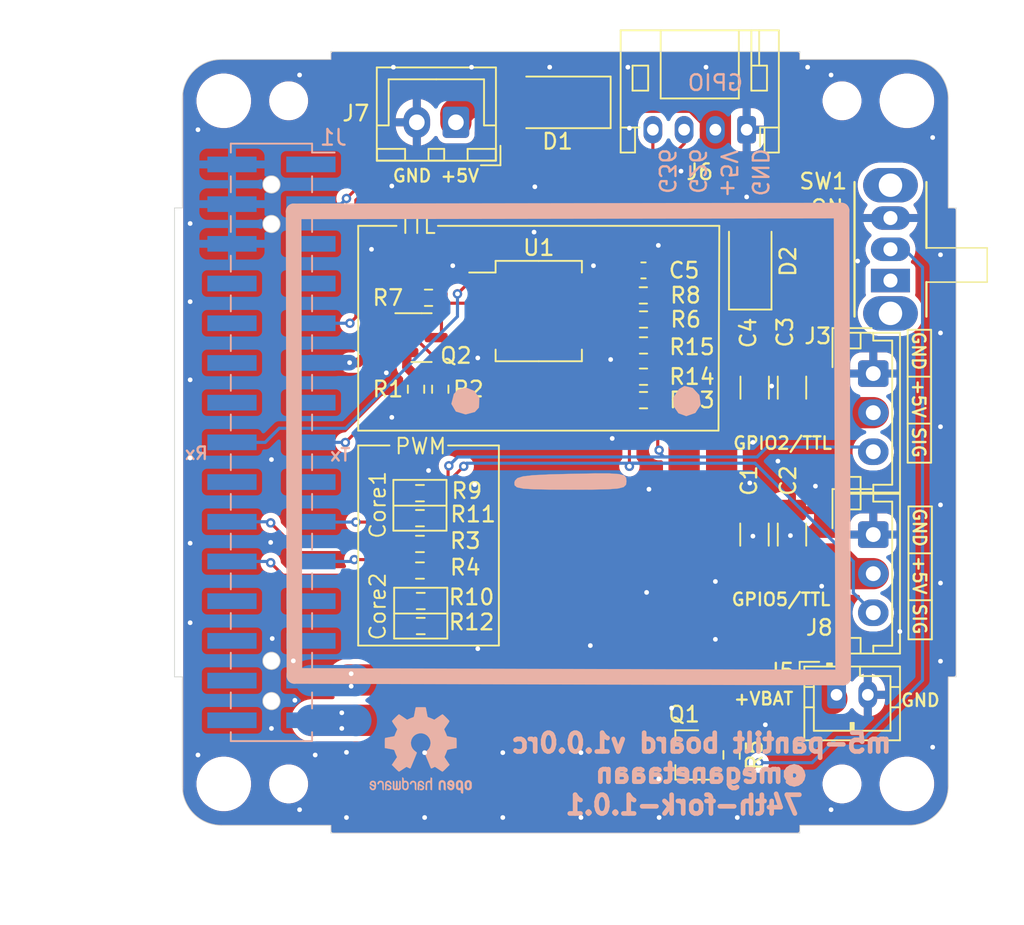
<source format=kicad_pcb>
(kicad_pcb (version 20240108) (generator "pcbnew") (generator_version "8.0")
  (title_block (title "M5PanTilt") (date "2021-06-08") (rev "1"))
  (layers (0 "F.Cu" signal) (31 "B.Cu" signal) (34 "B.Paste" user) (35 "F.Paste" user) (36 "B.SilkS" user "B.Silkscreen") (37 "F.SilkS" user "F.Silkscreen") (38 "B.Mask" user) (39 "F.Mask" user) (44 "Edge.Cuts" user))
  (net 0 "")
  (net 1 "GND")
  (net 2 "+5V")
  (net 3 "Net-(D1-A)")
  (net 4 "/PORTB2")
  (net 5 "/PIN30")
  (net 6 "/BAT")
  (net 7 "/PIN28")
  (net 8 "/PORTB1")
  (net 9 "/PIN26")
  (net 10 "+3V3")
  (net 11 "/PIN25")
  (net 12 "/PIN24")
  (net 13 "/PIN23")
  (net 14 "/TXD2")
  (net 15 "/RXD2")
  (net 16 "/PIN18")
  (net 17 "/PIN17")
  (net 18 "/PIN14")
  (net 19 "/PIN13")
  (net 20 "/PIN12")
  (net 21 "/PIN10")
  (net 22 "/PIN8")
  (net 23 "/PIN7")
  (net 24 "Net-(J3-Pin_3)")
  (net 25 "Net-(J5-Pin_1)")
  (net 26 "/PWM1")
  (net 27 "/PWM2")
  (net 28 "/PWM2_C2")
  (net 29 "/PWM1_C2")
  (net 30 "/PWM2_C1")
  (net 31 "/PWM1_C1")
  (net 32 "Net-(J8-Pin_3)")
  (net 33 "/PIN5")
  (net 34 "/PIN1")
  (net 35 "Net-(Q1-G)")
  (net 36 "Net-(Q2-B)")
  (net 37 "/TTL")
  (net 38 "Net-(Q2-C)")
  (net 39 "Net-(U1-B)")
  (net 40 "Net-(D2-K)")
  (footprint "m5-pantilt:mountinghole_M2_M3" (layer "F.Cu") (at 103.2 96.75 180)
    (property "Reference" "Hole3")
    (property "Value" "mountinghole_M2_M3")
  )
  (footprint "m5-pantilt:mountinghole_M2_M3" (layer "F.Cu") (at 146.8 96.95)
    (property "Reference" "Hole2")
    (property "Value" "mountinghole_M2_M3")
  )
  (footprint "m5-pantilt:mountinghole_M2_M3" (layer "F.Cu") (at 146.8 53.25)
    (property "Reference" "Hole1")
    (property "Value" "mountinghole_M2_M3")
  )
  (footprint "m5-pantilt:mountinghole_M2_M3" (layer "F.Cu") (at 103.2 53.05 180)
    (property "Reference" "Hole4")
    (property "Value" "mountinghole_M2_M3")
  )
  (footprint "Connector_JST:JST_PH_S4B-PH-K_1x04_P2.00mm_Horizontal" (layer "F.Cu") (at 136.6 55 180)
    (property "Reference" "J6")
    (property "Value" "Conn_01x04")
  )
  (footprint "Connector_JST:JST_PH_B2B-PH-K_1x02_P2.00mm_Vertical" (layer "F.Cu") (at 142.35 91.15)
    (property "Reference" "J5")
    (property "Value" "BAT")
  )
  (footprint "Resistor_SMD:R_0603_1608Metric_Pad0.98x0.95mm_HandSolder" (layer "F.Cu") (at 115.7 81.5 180)
    (property "Reference" "R3")
    (property "Value" "1k")
  )
  (footprint "Resistor_SMD:R_0603_1608Metric_Pad0.98x0.95mm_HandSolder" (layer "F.Cu") (at 115.7 83.2 180)
    (property "Reference" "R4")
    (property "Value" "1k")
  )
  (footprint "Connector_JST:JST_XH_B2B-XH-A_1x02_P2.50mm_Vertical" (layer "F.Cu") (at 118 54.525 180)
    (property "Reference" "J7")
    (property "Value" "5V_POWER")
  )
  (footprint "Capacitor_SMD:C_1206_3216Metric_Pad1.33x1.80mm_HandSolder" (layer "F.Cu") (at 139.5 71.5 90)
    (property "Reference" "C3")
    (property "Value" "100u")
  )
  (footprint "Capacitor_SMD:C_1206_3216Metric_Pad1.33x1.80mm_HandSolder" (layer "F.Cu") (at 137.114 71.5 -90)
    (property "Reference" "C4")
    (property "Value" "100u")
  )
  (footprint "Capacitor_SMD:C_1206_3216Metric_Pad1.33x1.80mm_HandSolder" (layer "F.Cu") (at 137.1 80.9 -90)
    (property "Reference" "C1")
    (property "Value" "100u")
  )
  (footprint "Button_Switch_THT:SW_CuK_OS102011MA1QN1_SPDT_Angled" (layer "F.Cu") (at 145.8 64.65 90)
    (property "Reference" "SW1")
    (property "Value" "SW_SPDT")
  )
  (footprint "Package_TO_SOT_SMD:SOT-23" (layer "F.Cu") (at 132.8 95 180)
    (property "Reference" "Q1")
    (property "Value" "IRLML6402")
  )
  (footprint "Resistor_SMD:R_0603_1608Metric_Pad0.98x0.95mm_HandSolder" (layer "F.Cu") (at 135.6362 94.9962 90)
    (property "Reference" "R5")
    (property "Value" "47k")
  )
  (footprint "Resistor_SMD:R_0603_1608Metric_Pad0.98x0.95mm_HandSolder" (layer "F.Cu") (at 115.7 78.25 180)
    (property "Reference" "R9")
    (property "Value" "0")
  )
  (footprint "Resistor_SMD:R_0603_1608Metric_Pad0.98x0.95mm_HandSolder" (layer "F.Cu") (at 115.75 85.15 180)
    (property "Reference" "R10")
    (property "Value" "0")
  )
  (footprint "Resistor_SMD:R_0603_1608Metric_Pad0.98x0.95mm_HandSolder" (layer "F.Cu") (at 115.7 79.85 180)
    (property "Reference" "R11")
    (property "Value" "0")
  )
  (footprint "Resistor_SMD:R_0603_1608Metric_Pad0.98x0.95mm_HandSolder" (layer "F.Cu") (at 115.75 86.75 180)
    (property "Reference" "R12")
    (property "Value" "0")
  )
  (footprint "Resistor_SMD:R_0603_1608Metric" (layer "F.Cu") (at 130 72.3)
    (property "Reference" "R13")
    (property "Value" "0")
  )
  (footprint "Resistor_SMD:R_0603_1608Metric" (layer "F.Cu") (at 130 70.8 180)
    (property "Reference" "R14")
    (property "Value" "0")
  )
  (footprint "Capacitor_SMD:C_1206_3216Metric_Pad1.33x1.80mm_HandSolder" (layer "F.Cu") (at 139.5 80.9 -90)
    (property "Reference" "C2")
    (property "Value" "100u")
  )
  (footprint "Connector_JST:JST_EH_B3B-EH-A_1x03_P2.50mm_Vertical" (layer "F.Cu") (at 144.7 70.6 -90)
    (property "Reference" "J3")
    (property "Value" "Conn_01x03")
  )
  (footprint "Resistor_SMD:R_0603_1608Metric" (layer "F.Cu") (at 116.25 65.75 180)
    (property "Reference" "R7")
    (property "Value" "20k")
  )
  (footprint "Connector_JST:JST_EH_B3B-EH-A_1x03_P2.50mm_Vertical" (layer "F.Cu") (at 144.7 80.9 -90)
    (property "Reference" "J8")
    (property "Value" "Conn_01x03")
  )
  (footprint "Resistor_SMD:R_0603_1608Metric" (layer "F.Cu") (at 129.99 65.6 180)
    (property "Reference" "R8")
    (property "Value" "2.2k")
  )
  (footprint "Capacitor_SMD:C_0603_1608Metric" (layer "F.Cu") (at 130 64)
    (property "Reference" "C5")
    (property "Value" "0.1u")
  )
  (footprint "Diode_SMD:D_SMA" (layer "F.Cu") (at 124.5 53.25 180)
    (property "Reference" "D1")
    (property "Value" "SS54")
  )
  (footprint "Package_TO_SOT_SMD:SOT-23" (layer "F.Cu") (at 115.8 68.3)
    (property "Reference" "Q2")
    (property "Value" "BC857")
  )
  (footprint "Resistor_SMD:R_0603_1608Metric" (layer "F.Cu") (at 130 68.8 180)
    (property "Reference" "R15")
    (property "Value" "2.2k")
  )
  (footprint "Package_SO:SO-8_5.3x6.2mm_P1.27mm" (layer "F.Cu") (at 123.3 66.6)
    (property "Reference" "U1")
    (property "Value" "MAX3485")
  )
  (footprint "Resistor_SMD:R_0603_1608Metric" (layer "F.Cu") (at 117 71.6 90)
    (property "Reference" "R2")
    (property "Value" "5.1k")
  )
  (footprint "Resistor_SMD:R_0603_1608Metric" (layer "F.Cu") (at 130 67.14 180)
    (property "Reference" "R6")
    (property "Value" "2k")
  )
  (footprint "Resistor_SMD:R_0603_1608Metric" (layer "F.Cu") (at 115.45 71.6 -90)
    (property "Reference" "R1")
    (property "Value" "10k")
  )
  (footprint "Diode_SMD:D_SOD-128" (layer "F.Cu") (at 136.83 63.424 90)
    (property "Reference" "D2")
    (property "Value" "PMEG3030EP")
  )
  (footprint "Connector_PinHeader_2.54mm:PinHeader_2x15_P2.54mm_Vertical_SMD" (layer "B.Cu") (at 106.2 75 180)
    (property "Reference" "J1")
    (property "Value" "Conn_02x15_Odd_Even")
  )
  (footprint "m5-pantilt:avatar_small" (layer "B.Cu") (at 125.7048 74.5492 180)
    (property "Reference" "LOGO" (hide yes))
    (property "Value" "LOGO" (hide yes))
  )
  (footprint "Symbol:OSHW-Logo2_7.3x6mm_SilkScreen" (layer "B.Cu") (at 115.75 94.7 180)
    (property "Reference" "REF**" (hide yes))
    (property "Value" "OSHW-Logo2_7.3x6mm_SilkScreen" (hide yes))
  )
  (gr_line (start 107.6708 89.9416) (end 107.62 60.2236) (stroke (width 1)) (layer "B.SilkS"))
  (gr_line (start 142.7736 90.0432) (end 107.6708 89.9416) (stroke (width 1)) (layer "B.SilkS"))
  (gr_line (start 142.672 60.1728) (end 142.7736 90.0432) (stroke (width 1)) (layer "B.SilkS"))
  (gr_line (start 107.62 60.2236) (end 142.672 60.1728) (stroke (width 1)) (layer "B.SilkS"))
  (gr_line (start 146.9 67.8) (end 146.9 76.3) (stroke (width 0.12)) (layer "F.SilkS"))
  (gr_line (start 146.9 76.3) (end 148.4 76.3) (stroke (width 0.12)) (layer "F.SilkS"))
  (gr_line (start 148.4 67.8) (end 146.9 67.8) (stroke (width 0.12)) (layer "F.SilkS"))
  (gr_line (start 148.4 70.8) (end 146.9 70.8) (stroke (width 0.12)) (layer "F.SilkS"))
  (gr_line (start 148.4 73.8) (end 146.9 73.8) (stroke (width 0.12)) (layer "F.SilkS"))
  (gr_line (start 148.4 67.8) (end 148.4 76.3) (stroke (width 0.12)) (layer "F.SilkS"))
  (gr_line (start 114.05 84.3) (end 117.45 84.3) (stroke (width 0.12)) (layer "F.SilkS"))
  (gr_line (start 114.05 85.95) (end 117.45 85.95) (stroke (width 0.12)) (layer "F.SilkS"))
  (gr_line (start 117.45 87.55) (end 114.05 87.55) (stroke (width 0.12)) (layer "F.SilkS"))
  (gr_line (start 117.45 84.3) (end 117.45 87.55) (stroke (width 0.12)) (layer "F.SilkS"))
  (gr_line (start 114.05 87.55) (end 114.05 84.3) (stroke (width 0.12)) (layer "F.SilkS"))
  (gr_line (start 114 80.65) (end 114 77.4) (stroke (width 0.12)) (layer "F.SilkS"))
  (gr_line (start 114 79.05) (end 117.4 79.05) (stroke (width 0.12)) (layer "F.SilkS"))
  (gr_line (start 114 77.4) (end 117.4 77.4) (stroke (width 0.12)) (layer "F.SilkS"))
  (gr_line (start 117.4 80.65) (end 114 80.65) (stroke (width 0.12)) (layer "F.SilkS"))
  (gr_line (start 117.4 77.4) (end 117.4 80.65) (stroke (width 0.12)) (layer "F.SilkS"))
  (gr_line (start 111.75 74.25) (end 111.75 61.15) (stroke (width 0.12)) (layer "F.SilkS"))
  (gr_line (start 111.75 88) (end 111.75 75.2) (stroke (width 0.12)) (layer "F.SilkS"))
  (gr_line (start 148.45 79.1) (end 148.45 87.6) (stroke (width 0.12)) (layer "F.SilkS"))
  (gr_line (start 117.5 75.2) (end 120.75 75.2) (stroke (width 0.12)) (layer "F.SilkS"))
  (gr_line (start 148.45 85.1) (end 146.95 85.1) (stroke (width 0.12)) (layer "F.SilkS"))
  (gr_line (start 111.75 74.25) (end 134.8 74.25) (stroke (width 0.12)) (layer "F.SilkS"))
  (gr_line (start 148.45 82.1) (end 146.95 82.1) (stroke (width 0.12)) (layer "F.SilkS"))
  (gr_line (start 120.75 88) (end 120.75 75.2) (stroke (width 0.12)) (layer "F.SilkS"))
  (gr_line (start 116.85 61.15) (end 134.85 61.15) (stroke (width 0.12)) (layer "F.SilkS"))
  (gr_line (start 111.75 61.15) (end 114.2 61.15) (stroke (width 0.12)) (layer "F.SilkS"))
  (gr_line (start 146.95 79.1) (end 146.95 87.6) (stroke (width 0.12)) (layer "F.SilkS"))
  (gr_line (start 148.45 79.1) (end 146.95 79.1) (stroke (width 0.12)) (layer "F.SilkS"))
  (gr_line (start 134.8 74.25) (end 134.85 61.15) (stroke (width 0.12)) (layer "F.SilkS"))
  (gr_line (start 111.75 88) (end 120.75 88) (stroke (width 0.12)) (layer "F.SilkS"))
  (gr_line (start 111.75 75.2) (end 113.75 75.2) (stroke (width 0.12)) (layer "F.SilkS"))
  (gr_line (start 146.95 87.6) (end 148.45 87.6) (stroke (width 0.12)) (layer "F.SilkS"))
  (gr_line (start 140 100) (end 110 100) (stroke (width 0.05)) (layer "Edge.Cuts"))
  (gr_line (start 149.5 53) (end 149.5 60) (stroke (width 0.05)) (layer "Edge.Cuts"))
  (gr_line (start 147 50.5) (end 140 50.5) (stroke (width 0.05)) (layer "Edge.Cuts"))
  (gr_line (start 100.5 97) (end 100.5 90) (stroke (width 0.05)) (layer "Edge.Cuts"))
  (gr_line (start 100.5 53) (end 100.5 60) (stroke (width 0.05)) (layer "Edge.Cuts"))
  (gr_arc (start 100.5 53) (mid 101.232233 51.232233) (end 103 50.5) (stroke (width 0.05)) (layer "Edge.Cuts"))
  (gr_line (start 149.5 60) (end 150 60) (stroke (width 0.05)) (layer "Edge.Cuts"))
  (gr_line (start 149.5 90) (end 150 90) (stroke (width 0.05)) (layer "Edge.Cuts"))
  (gr_line (start 140 99.5) (end 140 100) (stroke (width 0.05)) (layer "Edge.Cuts"))
  (gr_line (start 110 99.5) (end 110 100) (stroke (width 0.05)) (layer "Edge.Cuts"))
  (gr_line (start 100.5 90) (end 100 90) (stroke (width 0.05)) (layer "Edge.Cuts"))
  (gr_line (start 100 60) (end 100.5 60) (stroke (width 0.05)) (layer "Edge.Cuts"))
  (gr_line (start 110 50) (end 110 50.5) (stroke (width 0.05)) (layer "Edge.Cuts"))
  (gr_circle (center 106.2 88.9764) (end 106.75 88.9764) (stroke (width 0.05)) (fill none) (layer "Edge.Cuts"))
  (gr_line (start 100 90) (end 100 60) (stroke (width 0.05)) (layer "Edge.Cuts"))
  (gr_arc (start 103 99.5) (mid 101.232233 98.767767) (end 100.5 97) (stroke (width 0.05)) (layer "Edge.Cuts"))
  (gr_line (start 103 99.5) (end 110 99.5) (stroke (width 0.05)) (layer "Edge.Cuts"))
  (gr_circle (center 106.2 61.029563) (end 106.75 61.029563) (stroke (width 0.05)) (fill none) (layer "Edge.Cuts"))
  (gr_arc (start 149.5 97) (mid 148.767767 98.767767) (end 147 99.5) (stroke (width 0.05)) (layer "Edge.Cuts"))
  (gr_arc (start 147 50.5) (mid 148.767767 51.232233) (end 149.5 53) (stroke (width 0.05)) (layer "Edge.Cuts"))
  (gr_line (start 110 50) (end 140 50) (stroke (width 0.05)) (layer "Edge.Cuts"))
  (gr_circle (center 106.2 58.5) (end 106.75 58.5) (stroke (width 0.05)) (fill none) (layer "Edge.Cuts"))
  (gr_line (start 149.5 97) (end 149.5 90) (stroke (width 0.05)) (layer "Edge.Cuts"))
  (gr_circle (center 106.2 91.55) (end 106.75 91.55) (stroke (width 0.05)) (fill none) (layer "Edge.Cuts"))
  (gr_line (start 103 50.5) (end 110 50.5) (stroke (width 0.05)) (layer "Edge.Cuts"))
  (gr_line (start 150 60) (end 150 90) (stroke (width 0.05)) (layer "Edge.Cuts"))
  (gr_line (start 140 50) (end 140 50.5) (stroke (width 0.05)) (layer "Edge.Cuts"))
  (gr_line (start 147 99.5) (end 140 99.5) (stroke (width 0.05)) (layer "Edge.Cuts"))
  (gr_text "Rx" (at 101.4 75.7 0) (layer "B.SilkS") (effects (font (size 0.8 0.8)) (justify mirror)))
  (gr_text "+5V" (at 135.45 59.45 270) (layer "B.SilkS") (effects (font (size 1 1)) (justify left mirror)))
  (gr_text "74th-fork-1.0.1" (at 132.6 98.2 0) (layer "B.SilkS") (effects (font (size 1.2 1.2) (thickness 0.3)) (justify mirror)))
  (gr_text "GND" (at 137.45 59.35 270) (layer "B.SilkS") (effects (font (size 1 1)) (justify left mirror)))
  (gr_text "G26" (at 133.45 59.2 270) (layer "B.SilkS") (effects (font (size 1 1)) (justify left mirror)))
  (gr_text "GPIO" (at 134.6 52 0) (layer "B.SilkS") (effects (font (size 1 1)) (justify mirror)))
  (gr_text "m5-pantilt board v1.0.0rc\n@meganetaaan" (at 133.7 95.2 0) (layer "B.SilkS") (effects (font (size 1.2 1.2) (thickness 0.3)) (justify mirror)))
  (gr_text "G36" (at 131.5 59.2 270) (layer "B.SilkS") (effects (font (size 1 1)) (justify left mirror)))
  (gr_text "Tx" (at 110.6 75.8 0) (layer "B.SilkS") (effects (font (size 0.8 0.8)) (justify mirror)))
  (gr_text "GPIO5/TTL" (at 138.8 85.05 0) (layer "F.SilkS") (effects (font (size 0.8 0.8))))
  (gr_text "Core1" (at 113 79 90) (layer "F.SilkS") (effects (font (size 1 1) (thickness 0.125))))
  (gr_text "Core2" (at 113 85.5 90) (layer "F.SilkS") (effects (font (size 1 1) (thickness 0.125))))
  (gr_text "GND +5V SIG" (at 147.6 71.95 270) (layer "F.SilkS") (effects (font (size 0.8 0.8))))
  (gr_text "GND" (at 115.2 57.95 0) (layer "F.SilkS") (effects (font (size 0.8 0.8))))
  (gr_text "ON" (at 141.75 60 0) (layer "F.SilkS") (effects (font (size 1 1))))
  (gr_text "TTL" (at 115.55 61.15 0) (layer "F.SilkS") (effects (font (size 1 1) (thickness 0.125))))
  (gr_text "+5V" (at 118.25 57.95 0) (layer "F.SilkS") (effects (font (size 0.8 0.8))))
  (gr_text "GPIO2/TTL" (at 138.9 75.05 0) (layer "F.SilkS") (effects (font (size 0.8 0.8))))
  (gr_text "GND" (at 146.4 91.5 0) (layer "F.SilkS") (effects (font (size 0.8 0.8)) (justify left)))
  (gr_text "+VBAT" (at 135.7 91.4 0) (layer "F.SilkS") (effects (font (size 0.8 0.8)) (justify left)))
  (gr_text "GND +5V SIG" (at 147.65 83.25 270) (layer "F.SilkS") (effects (font (size 0.8 0.8))))
  (gr_text "PWM" (at 115.75 75.25 0) (layer "F.SilkS") (effects (font (size 1 1) (thickness 0.125))))
  (segment (start 126.8 68.505) (end 128.88 68.505) (width 0.2) (layer "F.Cu") (net 1))
  (segment (start 128.88 68.505) (end 129.175 68.8) (width 0.2) (layer "F.Cu") (net 1))
  (via (at 108 51.5) (size 0.6) (drill 0.3) (layers "F.Cu" "B.Cu") (net 1))
  (via (at 101.5 95) (size 0.6) (drill 0.3) (layers "F.Cu" "B.Cu") (net 1))
  (via (at 138.6 76.2) (size 0.6) (drill 0.3) (layers "F.Cu" "B.Cu") (net 1))
  (via (at 142 51.5) (size 0.6) (drill 0.3) (layers "F.Cu" "B.Cu") (net 1))
  (via (at 148.5 94.5) (size 0.6) (drill 0.3) (layers "F.Cu" "B.Cu") (net 1))
  (via (at 112.6 62.65) (size 0.6) (drill 0.3) (layers "F.Cu" "B.Cu") (net 1))
  (via (at 127.9 69.7) (size 0.6) (drill 0.3) (layers "F.Cu" "B.Cu") (net 1))
  (via (at 141.4 84.2) (size 0.6) (drill 0.3) (layers "F.Cu" "B.Cu") (net 1))
  (via (at 143.7 63.4) (size 0.6) (drill 0.3) (layers "F.Cu" "B.Cu") (net 1))
  (via (at 116.25 76.8) (size 0.6) (drill 0.3) (layers "F.Cu" "B.Cu") (net 1))
  (via (at 140.5 51) (size 0.6) (drill 0.3) (layers "F.Cu" "B.Cu") (net 1))
  (via (at 113.9 73.4) (size 0.6) (drill 0.3) (layers "F.Cu" "B.Cu") (net 1))
  (via (at 149 63) (size 0.6) (drill 0.3) (layers "F.Cu" "B.Cu") (net 1))
  (via (at 101 81.45) (size 0.6) (drill 0.3) (layers "F.Cu" "B.Cu") (net 1))
  (via (at 109 95) (size 0.6) (drill 0.3) (layers "F.Cu" "B.Cu") (net 1))
  (via (at 130.95 62.4) (size 0.6) (drill 0.3) (layers "F.Cu" "B.Cu") (net 1))
  (via (at 106.2 93.3) (size 0.6) (drill 0.3) (layers "F.Cu" "B.Cu") (net 1))
  (via (at 101 76) (size 0.6) (drill 0.3) (layers "F.Cu" "B.Cu") (net 1))
  (via (at 126 94.85) (size 0.6) (drill 0.3) (layers "F.Cu" "B.Cu") (net 1))
  (via (at 137 81) (size 0.6) (drill 0.3) (layers "F.Cu" "B.Cu") (net 1))
  (via (at 116 99) (size 0.6) (drill 0.3) (layers "F.Cu" "B.Cu") (net 1))
  (via (at 117.8 63.7) (size 0.6) (drill 0.3) (layers "F.Cu" "B.Cu") (net 1))
  (via (at 101 86.538) (size 0.6) (drill 0.3) (layers "F.Cu" "B.Cu") (net 1))
  (via (at 149 74) (size 0.6) (drill 0.3) (layers "F.Cu" "B.Cu") (net 1))
  (via (at 123 61.55) (size 0.6) (drill 0.3) (layers "F.Cu" "B.Cu") (net 1))
  (via (at 130.98 96.53) (size 0.6) (drill 0.3) (layers "F.Cu" "B.Cu") (net 1))
  (via (at 139.4 80.963) (size 0.6) (drill 0.3) (layers "F.Cu" "B.Cu") (net 1))
  (via (at 128 74.75) (size 0.6) (drill 0.3) (layers "F.Cu" "B.Cu") (net 1))
  (via (at 108 98.5) (size 0.6) (drill 0.3) (layers "F.Cu" "B.Cu") (net 1))
  (via (at 149 68) (size 0.6) (drill 0.3) (layers "F.Cu" "B.Cu") (net 1))
  (via (at 129 51) (size 0.6) (drill 0.3) (layers "F.Cu" "B.Cu") (net 1))
  (via (at 131.8 92) (size 0.6) (drill 0.3) (layers "F.Cu" "B.Cu") (net 1))
  (via (at 101 71) (size 0.6) (drill 0.3) (layers "F.Cu" "B.Cu") (net 1))
  (via (at 138.2 71.4) (size 0.6) (drill 0.3) (layers "F.Cu" "B.Cu") (net 1))
  (via (at 132.4 57.65) (size 0.6) (drill 0.3) (layers "F.Cu" "B.Cu") (net 1))
  (via (at 126 99) (size 0.6) (drill 0.3) (layers "F.Cu" "B.Cu") (net 1))
  (via (at 146.4 87.1) (size 0.6) (drill 0.3) (layers "F.Cu" "B.Cu") (net 1))
  (via (at 137 75) (size 0.6) (drill 0.3) (layers "F.Cu" "B.Cu") (net 1))
  (via (at 101 61) (size 0.6) (drill 0.3) (layers "F.Cu" "B.Cu") (net 1))
  (via (at 131 99) (size 0.6) (drill 0.3) (layers "F.Cu" "B.Cu") (net 1))
  (via (at 113.55 70.55) (size 0.6) (drill 0.3) (layers "F.Cu" "B.Cu") (net 1))
  (via (at 124 51) (size 0.6) (drill 0.3) (layers "F.Cu" "B.Cu") (net 1))
  (via (at 149 79) (size 0.6) (drill 0.3) (layers "F.Cu" "B.Cu") (net 1))
  (via (at 101.5 55) (size 0.6) (drill 0.3) (layers "F.Cu" "B.Cu") (net 1))
  (via (at 121 94.85) (size 0.6) (drill 0.3) (layers "F.Cu" "B.Cu") (net 1))
  (via (at 130.35 78) (size 0.6) (drill 0.3) (layers "F.Cu" "B.Cu") (net 1))
  (via (at 148.5 55.5) (size 0.6) (drill 0.3) (layers "F.Cu" "B.Cu") (net 1))
  (via (at 136.6 59.3) (size 0.6) (drill 0.3) (layers "F.Cu" "B.Cu") (net 1))
  (via (at 149 89) (size 0.6) (drill 0.3) (layers "F.Cu" "B.Cu") (net 1))
  (via (at 136.8 77.6) (size 0.6) (drill 0.3) (layers "F.Cu" "B.Cu") (net 1))
  (via (at 126.6 88) (size 0.6) (drill 0.3) (layers "F.Cu" "B.Cu") (net 1))
  (via (at 119 51) (size 0.6) (drill 0.3) (layers "F.Cu" "B.Cu") (net 1))
  (via (at 134 51) (size 0.6) (drill 0.3) (layers "F.Cu" "B.Cu") (net 1))
  (via (at 111 99) (size 0.6) (drill 0.3) (layers "F.Cu" "B.Cu") (net 1))
  (via (at 107.6 88.9764) (size 0.6) (drill 0.3) (layers "F.Cu" "B.Cu") (net 1))
  (via (at 136 99) (size 0.6) (drill 0.3) (layers "F.Cu" "B.Cu") (net 1))
  (via (at 116 94.85) (size 0.6) (drill 0.3) (layers "F.Cu" "B.Cu") (net 1))
  (via (at 121 99) (size 0.6) (drill 0.3) (layers "F.Cu" "B.Cu") (net 1))
  (via (at 134.6 83.9) (size 0.6) (drill 0.3) (layers "F.Cu" "B.Cu") (net 1))
  (via (at 119.4 88.2) (size 0.6) (drill 0.3) (layers "F.Cu" "B.Cu") (net 1))
  (via (at 141 77.8) (size 0.6) (drill 0.3) (layers "F.Cu" "B.Cu") (net 1))
  (via (at 119.4 69.6) (size 0.6) (drill 0.3) (layers "F.Cu" "B.Cu") (net 1))
  (via (at 129.1 54.9) (size 0.6) (drill 0.3) (layers "F.Cu" "B.Cu") (net 1))
  (via (at 130.2 84.6) (size 0.6) (drill 0.3) (layers "F.Cu" "B.Cu") (net 1))
  (via (at 137.7952 93.0658) (size 0.6) (drill 0.3) (layers "F.Cu" "B.Cu") (net 1))
  (via (at 119.2 77.7) (size 0.6) (drill 0.3) (layers "F.Cu" "B.Cu") (net 1))
  (via (at 142 98.5) (size 0.6) (drill 0.3) (layers "F.Cu" "B.Cu") (net 1))
  (via (at 123.05 58.65) (size 0.6) (drill 0.3) (layers "F.Cu" "B.Cu") (net 1))
  (via (at 106.2 76.1) (size 0.6) (drill 0.3) (layers "F.Cu" "B.Cu") (net 1))
  (via (at 111 94.83) (size 0.6) (drill 0.3) (layers "F.Cu" "B.Cu") (net 1))
  (via (at 126.8 63.7) (size 0.6) (drill 0.3) (layers "F.Cu" "B.Cu") (net 1))
  (via (at 106.15 81.4) (size 0.6) (drill 0.3) (layers "F.Cu" "B.Cu") (net 1))
  (via (at 107.7 91.5) (size 0.6) (drill 0.3) (layers "F.Cu" "B.Cu") (net 1))
  (via (at 134.6 87.6) (size 0.6) (drill 0.3) (layers "F.Cu" "B.Cu") (net 1))
  (via (at 101 66) (size 0.6) (drill 0.3) (layers "F.Cu" "B.Cu") (net 1))
  (via (at 106.25 87.55) (size 0.6) (drill 0.3) (layers "F.Cu" "B.Cu") (net 1))
  (via (at 149 84) (size 0.6) (drill 0.3) (layers "F.Cu" "B.Cu") (net 1))
  (via (at 113.9 58.6) (size 0.6) (drill 0.3) (layers "F.Cu" "B.Cu") (net 1))
  (via (at 114 51) (size 0.6) (drill 0.3) (layers "F.Cu" "B.Cu") (net 1))
  (segment (start 126.5 53.25) (end 126.825 52.925) (width 2) (layer "F.Cu") (net 2))
  (segment (start 129.4 90.2) (end 132.6 87) (width 2) (layer "F.Cu") (net 2))
  (segment (start 134.6 63.4) (end 134.6 55) (width 2) (layer "F.Cu") (net 2))
  (segment (start 111.1 90.2) (end 129.4 90.2) (width 2) (layer "F.Cu") (net 2))
  (segment (start 126.825 52.925) (end 133.345584 52.925) (width 2) (layer "F.Cu") (net 2))
  (segment (start 132.6 66.65) (end 134.6 64.65) (width 2) (layer "F.Cu") (net 2))
  (segment (start 136.83 61.224) (end 135.776 61.224) (width 2) (layer "F.Cu") (net 2))
  (segment (start 134.6 64.65) (end 134.6 63.4) (width 2) (layer "F.Cu") (net 2))
  (segment (start 132.6 87) (end 132.6 66.65) (width 2) (layer "F.Cu") (net 2))
  (segment (start 134.6 62.4) (end 134.6 63.4) (width 2) (layer "F.Cu") (net 2))
  (segment (start 133.345584 52.925) (end 134.6 54.179416) (width 2) (layer "F.Cu") (net 2))
  (segment (start 134.6 54.179416) (end 134.6 55) (width 2) (layer "F.Cu") (net 2))
  (segment (start 135.776 61.224) (end 134.6 62.4) (width 2) (layer "F.Cu") (net 2))
  (via (at 111.3 90.6) (size 0.6) (drill 0.3) (layers "F.Cu" "B.Cu") (net 2))
  (via (at 111.3 89.8) (size 0.6) (drill 0.3) (layers "F.Cu" "B.Cu") (net 2))
  (segment (start 108.725 90.24) (end 111.56 90.24) (width 2) (layer "B.Cu") (net 2))
  (segment (start 111.56 90.24) (end 111.6 90.2) (width 2) (layer "B.Cu") (net 2))
  (segment (start 118 54.525) (end 118 54) (width 2) (layer "F.Cu") (net 3))
  (segment (start 118.75 53.25) (end 122.5 53.25) (width 2) (layer "F.Cu") (net 3))
  (segment (start 118 54) (end 118.75 53.25) (width 2) (layer "F.Cu") (net 3))
  (segment (start 130.20952 57.29048) (end 130.6 56.9) (width 0.2) (layer "F.Cu") (net 4))
  (segment (start 130.6 56.9) (end 130.6 55) (width 0.2) (layer "F.Cu") (net 4))
  (segment (start 111 59.4) (end 113.10952 57.29048) (width 0.2) (layer "F.Cu") (net 4))
  (segment (start 113.10952 57.29048) (end 130.20952 57.29048) (width 0.2) (layer "F.Cu") (net 4))
  (via (at 111 59.4) (size 0.6) (drill 0.3) (layers "F.Cu" "B.Cu") (net 4))
  (segment (start 111 59.4) (end 110.64 59.76) (width 0.2) (layer "B.Cu") (net 4))
  (segment (start 110.64 59.76) (end 108.725 59.76) (width 0.2) (layer "B.Cu") (net 4))
  (segment (start 108.8 92.8) (end 108.82 92.78) (width 2) (layer "F.Cu") (net 6))
  (segment (start 108.82 92.78) (end 129.58 92.78) (width 2) (layer "F.Cu") (net 6))
  (segment (start 129.58 92.78) (end 131.8 95) (width 2) (layer "F.Cu") (net 6))
  (via (at 110.7 92.3) (size 0.6) (drill 0.3) (layers "F.Cu" "B.Cu") (net 6))
  (via (at 110.7 93.3) (size 0.6) (drill 0.3) (layers "F.Cu" "B.Cu") (net 6))
  (segment (start 111.58 92.78) (end 111.6 92.8) (width 2) (layer "B.Cu") (net 6))
  (segment (start 108.725 92.78) (end 111.58 92.78) (width 2) (layer "B.Cu") (net 6))
  (segment (start 132.6 55.9) (end 132.6 55) (width 0.2) (layer "F.Cu") (net 8))
  (segment (start 111.6 59.5) (end 113.41 57.69) (width 0.2) (layer "F.Cu") (net 8))
  (segment (start 111.22 67.38) (end 111.6 67) (width 0.2) (layer "F.Cu") (net 8))
  (segment (start 111.6 67) (end 111.6 59.5) (width 0.2) (layer "F.Cu") (net 8))
  (segment (start 113.41 57.69) (end 130.81 57.69) (width 0.2) (layer "F.Cu") (net 8))
  (segment (start 130.81 57.69) (end 132.6 55.9) (width 0.2) (layer "F.Cu") (net 8))
  (via (at 111.22 67.38) (size 0.6) (drill 0.3) (layers "F.Cu" "B.Cu") (net 8))
  (segment (start 108.725 67.38) (end 111.22 67.38) (width 0.2) (layer "B.Cu") (net 8))
  (segment (start 129.225 64.01) (end 130.815 65.6) (width 0.6) (layer "F.Cu") (net 10))
  (segment (start 128.295 62.795) (end 129.225 63.725) (width 0.6) (layer "F.Cu") (net 10))
  (segment (start 113.3 68.35215) (end 113.3 64.31073) (width 0.6) (layer "F.Cu") (net 10))
  (segment (start 111.75215 69.9) (end 112.376075 69.276075) (width 0.6) (layer "F.Cu") (net 10))
  (segment (start 129.225 63.725) (end 129.225 64) (width 0.6) (layer "F.Cu") (net 10))
  (segment (start 127.405 64.695) (end 128.1 64) (width 0.6) (layer "F.Cu") (net 10))
  (segment (start 114.836425 69.276075) (end 114.8625 69.25) (width 0.6) (layer "F.Cu") (net 10))
  (segment (start 114.8625 69.25) (end 114.8625 70.1875) (width 0.6) (layer "F.Cu") (net 10))
  (segment (start 114.8625 70.1875) (end 115.45 70.775) (width 0.6) (layer "F.Cu") (net 10))
  (segment (start 130.815 65.6) (end 130.815 67.13) (width 0.6) (layer "F.Cu") (net 10))
  (segment (start 128.1 64) (end 129.225 64) (width 0.6) (layer "F.Cu") (net 10))
  (segment (start 114.81573 62.795) (end 128.295 62.795) (width 0.6) (layer "F.Cu") (net 10))
  (segment (start 111.2 69.9) (end 111.75215 69.9) (width 0.6) (layer "F.Cu") (net 10))
  (segment (start 112.376075 69.276075) (end 114.836425 69.276075) (width 0.6) (layer "F.Cu") (net 10))
  (segment (start 113.3 64.31073) (end 114.81573 62.795) (width 0.6) (layer "F.Cu") (net 10))
  (segment (start 112.376075 69.276075) (end 113.3 68.35215) (width 0.6) (layer "F.Cu") (net 10))
  (via (at 111.2 69.9) (size 0.6) (drill 0.3) (layers "F.Cu" "B.Cu") (net 10))
  (segment (start 111.2 69.9) (end 108.745 69.9) (width 1) (layer "B.Cu") (net 10))
  (segment (start 108.745 69.9) (end 108.725 69.92) (width 1) (layer "B.Cu") (net 10))
  (segment (start 118.5 68.9) (end 118.895 68.505) (width 0.2) (layer "F.Cu") (net 14))
  (segment (start 118.5 71.65) (end 118.5 68.9) (width 0.2) (layer "F.Cu") (net 14))
  (segment (start 110.93 75.01) (end 113.515 72.425) (width 0.2) (layer "F.Cu") (net 14))
  (segment (start 117 72.425) (end 117.725 72.425) (width 0.2) (layer "F.Cu") (net 14))
  (segment (start 115.45 72.425) (end 117 72.425) (width 0.2) (layer "F.Cu") (net 14))
  (segment (start 117.725 72.425) (end 118.5 71.65) (width 0.2) (layer "F.Cu") (net 14))
  (segment (start 118.895 68.505) (end 119.8 68.505) (width 0.2) (layer "F.Cu") (net 14))
  (segment (start 113.515 72.425) (end 115.45 72.425) (width 0.2) (layer "F.Cu") (net 14))
  (via (at 110.93 75.01) (size 0.6) (drill 0.3) (layers "F.Cu" "B.Cu") (net 14))
  (segment (start 110.92 75) (end 108.725 75) (width 0.2) (layer "B.Cu") (net 14))
  (segment (start 110.93 75.01) (end 110.92 75) (width 0.2) (layer "B.Cu") (net 14))
  (segment (start 118.905 64.695) (end 118.10048 65.49952) (width 0.2) (layer "F.Cu") (net 15))
  (segment (start 119.8 64.695) (end 118.905 64.695) (width 0.2) (layer "F.Cu") (net 15))
  (via (at 118.10048 65.49952) (size 0.6) (drill 0.3) (layers "F.Cu" "B.Cu") (net 15))
  (segment (start 103.675 75) (end 105.8 75) (width 0.2) (layer "B.Cu") (net 15))
  (segment (start 110.9495 74.1) (end 118.10048 66.94902) (width 0.2) (layer "B.Cu") (net 15))
  (segment (start 118.10048 65.49952) (end 118.10048 66.94902) (width 0.2) (layer "B.Cu") (net 15))
  (segment (start 106.7 74.1) (end 105.8 75) (width 0.2) (layer "B.Cu") (net 15))
  (segment (start 110.9495 74.1) (end 106.7 74.1) (width 0.2) (layer "B.Cu") (net 15))
  (segment (start 117.55 76.5) (end 117.49952 76.55048) (width 0.2) (layer "F.Cu") (net 24))
  (segment (start 117.49952 76.55048) (end 117.49952 80.57548) (width 0.2) (layer "F.Cu") (net 24))
  (segment (start 117.49952 80.57548) (end 116.575 81.5) (width 0.2) (layer "F.Cu") (net 24))
  (segment (start 130.9125 75.4125) (end 130.9125 72.3) (width 0.2) (layer "F.Cu") (net 24))
  (segment (start 131 75.5) (end 130.9125 75.4125) (width 0.2) (layer "F.Cu") (net 24))
  (via (at 131 75.5) (size 0.6) (drill 0.3) (layers "F.Cu" "B.Cu") (net 24))
  (via (at 117.55 76.5) (size 0.6) (drill 0.3) (layers "F.Cu" "B.Cu") (net 24))
  (segment (start 131 75.634515) (end 131.3 75.934515) (width 0.2) (layer "B.Cu") (net 24))
  (segment (start 118.115485 75.934515) (end 132.665485 75.934515) (width 0.2) (layer "B.Cu") (net 24))
  (segment (start 132.665485 75.934515) (end 137.265485 75.934515) (width 0.2) (layer "B.Cu") (net 24))
  (segment (start 117.55 76.5) (end 118.115485 75.934515) (width 0.2) (layer "B.Cu") (net 24))
  (segment (start 137.265485 75.934515) (end 137.9 75.3) (width 0.2) (layer "B.Cu") (net 24))
  (segment (start 131.3 75.934515) (end 132.665485 75.934515) (width 0.2) (layer "B.Cu") (net 24))
  (segment (start 137.9 75.3) (end 144.4 75.3) (width 0.2) (layer "B.Cu") (net 24))
  (segment (start 131 75.5) (end 131 75.634515) (width 0.2) (layer "B.Cu") (net 24))
  (segment (start 136.585548 91.4) (end 142.05 91.4) (width 2) (layer "F.Cu") (net 25))
  (segment (start 135.633574 92.351974) (end 135.6362 92.3546) (width 0.2) (layer "F.Cu") (net 25))
  (segment (start 142.05 91.4) (end 142.1 91.35) (width 1.6) (layer "F.Cu") (net 25))
  (segment (start 133.95 94.05) (end 135.6025 94.05) (width 2) (layer "F.Cu") (net 25))
  (segment (start 135.633574 92.366426) (end 133.95 94.05) (width 2) (layer "F.Cu") (net 25))
  (segment (start 135.6025 94.05) (end 135.6362 94.0837) (width 2) (layer "F.Cu") (net 25))
  (segment (start 135.633574 92.351974) (end 135.633574 92.366426) (width 2) (layer "F.Cu") (net 25))
  (segment (start 135.633574 92.351974) (end 136.585548 91.4) (width 2) (layer "F.Cu") (net 25))
  (segment (start 135.6362 92.3546) (end 135.6362 94.1212) (width 0.2) (layer "F.Cu") (net 25))
  (segment (start 115.611342 84.17) (end 114.51054 84.17) (width 0.2) (layer "F.Cu") (net 26))
  (segment (start 115.325082 80.60072) (end 115.62572 80.300082) (width 0.2) (layer "F.Cu") (net 26))
  (segment (start 114.825 81.10072) (end 115.325 80.60072) (width 0.2) (layer "F.Cu") (net 26))
  (segment (start 115.62572 79.19928) (end 116.575 78.25) (width 0.2) (layer "F.Cu") (net 26))
  (segment (start 113.8 82.525) (end 114.825 81.5) (width 0.2) (layer "F.Cu") (net 26))
  (segment (start 113.8 83.45946) (end 113.8 82.525) (width 0.2) (layer "F.Cu") (net 26))
  (segment (start 115.62572 80.300082) (end 115.62572 79.19928) (width 0.2) (layer "F.Cu") (net 26))
  (segment (start 116.591342 85.15) (end 115.611342 84.17) (width 0.2) (layer "F.Cu") (net 26))
  (segment (start 114.51054 84.17) (end 113.8 83.45946) (width 0.2) (layer "F.Cu") (net 26))
  (segment (start 114.825 81.5) (end 114.825 81.10072) (width 0.2) (layer "F.Cu") (net 26))
  (segment (start 115.325 80.60072) (end 115.325082 80.60072) (width 0.2) (layer "F.Cu") (net 26))
  (segment (start 117.44952 84.69006) (end 117.44952 85.60994) (width 0.2) (layer "F.Cu") (net 27))
  (segment (start 114.7875 83.2) (end 115.230672 83.643172) (width 0.2) (layer "F.Cu") (net 27))
  (segment (start 117.13494 84.37548) (end 117.44952 84.69006) (width 0.2) (layer "F.Cu") (net 27))
  (segment (start 117.44952 85.60994) (end 117.42572 85.63374) (width 0.2) (layer "F.Cu") (net 27))
  (segment (start 116.54054 80.325) (end 116.575 80.325) (width 0.2) (layer "F.Cu") (net 27))
  (segment (start 115.82548 82.16202) (end 115.82548 81.04006) (width 0.2) (layer "F.Cu") (net 27))
  (segment (start 116.381828 84.37548) (end 117.13494 84.37548) (width 0.2) (layer "F.Cu") (net 27))
  (segment (start 114.7875 83.2) (end 115.82548 82.16202) (width 0.2) (layer "F.Cu") (net 27))
  (segment (start 115.64952 83.643172) (end 116.381828 84.37548) (width 0.2) (layer "F.Cu") (net 27))
  (segment (start 117.42572 85.94928) (end 116.625 86.75) (width 0.2) (layer "F.Cu") (net 27))
  (segment (start 117.42572 85.63374) (end 117.42572 85.94928) (width 0.2) (layer "F.Cu") (net 27))
  (segment (start 115.230672 83.643172) (end 115.64952 83.643172) (width 0.2) (layer "F.Cu") (net 27))
  (segment (start 115.82548 81.04006) (end 116.54054 80.325) (width 0.2) (layer "F.Cu") (net 27))
  (segment (start 106.95 83.5) (end 106.15 82.7) (width 0.2) (layer "F.Cu") (net 28))
  (segment (start 114.875 86.475) (end 111.9 83.5) (width 0.2) (layer "F.Cu") (net 28))
  (segment (start 111.9 83.5) (end 106.95 83.5) (width 0.2) (layer "F.Cu") (net 28))
  (via (at 106.15 82.7) (size 0.6) (drill 0.3) (layers "F.Cu" "B.Cu") (net 28))
  (segment (start 103.675 82.62) (end 106.07 82.62) (width 0.2) (layer "B.Cu") (net 28))
  (segment (start 106.07 82.62) (end 106.15 82.7) (width 0.2) (layer "B.Cu") (net 28))
  (segment (start 111.5 82.5) (end 112.225 82.5) (width 0.2) (layer "F.Cu") (net 29))
  (segment (start 112.225 82.5) (end 114.875 85.15) (width 0.2) (layer "F.Cu") (net 29))
  (via (at 111.5 82.5) (size 0.6) (drill 0.3) (layers "F.Cu" "B.Cu") (net 29))
  (segment (start 111.5 82.5) (end 111.38 82.62) (width 0.2) (layer "B.Cu") (net 29))
  (segment (start 111.38 82.62) (end 108.725 82.62) (width 0.2) (layer "B.Cu") (net 29))
  (segment (start 107.5 81.5) (end 113.175 81.5) (width 0.2) (layer "F.Cu") (net 30))
  (segment (start 113.175 81.5) (end 114.825 79.85) (width 0.2) (layer "F.Cu") (net 30))
  (segment (start 106.15 80.15) (end 107.5 81.5) (width 0.2) (layer "F.Cu") (net 30))
  (via (at 106.15 80.15) (size 0.6) (drill 0.3) (layers "F.Cu" "B.Cu") (net 30))
  (segment (start 106.08 80.08) (end 106.15 80.15) (width 0.2) (layer "B.Cu") (net 30))
  (segment (start 103.675 80.08) (end 106.08 80.08) (width 0.2) (layer "B.Cu") (net 30))
  (segment (start 112.975 80.1) (end 114.825 78.25) (width 0.2) (layer "F.Cu") (net 31))
  (segment (start 111.6 80.1) (end 112.975 80.1) (width 0.2) (layer "F.Cu") (net 31))
  (via (at 111.6 80.1) (size 0.6) (drill 0.3) (layers "F.Cu" "B.Cu") (net 31))
  (segment (start 111.6 80.1) (end 108.745 80.1) (width 0.2) (layer "B.Cu") (net 31))
  (segment (start 129.1 73.984015) (end 129.0875 73.971515) (width 0.2) (layer "F.Cu") (net 32))
  (segment (start 118.5 76.534015) (end 117.89904 77.134975) (width 0.2) (layer "F.Cu") (net 32))
  (segment (start 129.0875 73.971515) (end 129.0875 70.8) (width 0.2) (layer "F.Cu") (net 32))
  (segment (start 129.1 76.534015) (end 129.1 73.984015) (width 0.2) (layer "F.Cu") (net 32))
  (segment (start 117.89904 77.134975) (end 117.89904 81.87596) (width 0.2) (layer "F.Cu") (net 32))
  (segment (start 117.89904 81.87596) (end 116.575 83.2) (width 0.2) (layer "F.Cu") (net 32))
  (via (at 118.5 76.534015) (size 0.6) (drill 0.3) (layers "F.Cu" "B.Cu") (net 32))
  (via (at 129.1 76.534015) (size 0.6) (drill 0.3) (layers "F.Cu" "B.Cu") (net 32))
  (segment (start 129.1 76.534015) (end 129.299981 76.334034) (width 0.2) (layer "B.Cu") (net 32))
  (segment (start 137.134034 76.334034) (end 143.42548 82.62548) (width 0.2) (layer "B.Cu") (net 32))
  (segment (start 133.634034 76.334034) (end 137.134034 76.334034) (width 0.2) (layer "B.Cu") (net 32))
  (segment (start 143.42548 84.62548) (end 144.7 85.9) (width 0.2) (layer "B.Cu") (net 32))
  (segment (start 129.299981 76.334034) (end 133.634034 76.334034) (width 0.2) (layer "B.Cu") (net 32))
  (segment (start 143.42548 82.62548) (end 143.42548 84.62548) (width 0.2) (layer "B.Cu") (net 32))
  (segment (start 118.5 76.534015) (end 118.699981 76.334034) (width 0.2) (layer "B.Cu") (net 32))
  (segment (start 118.699981 76.334034) (end 133.634034 76.334034) (width 0.2) (layer "B.Cu") (net 32))
  (segment (start 135.6362 95.8712) (end 133.8788 95.8712) (width 0.2) (layer "F.Cu") (net 35))
  (segment (start 136.9613 95.9087) (end 137.38 95.49) (width 0.2) (layer "F.Cu") (net 35))
  (segment (start 135.6362 95.9087) (end 136.9613 95.9087) (width 0.2) (layer "F.Cu") (net 35))
  (via (at 137.38 95.49) (size 0.6) (drill 0.3) (layers "F.Cu" "B.Cu") (net 35))
  (segment (start 147.84952 90.22048) (end 147.84952 63.8) (width 0.2) (layer "B.Cu") (net 35))
  (segment (start 140.79 95.49) (end 142.4 93.88) (width 0.2) (layer "B.Cu") (net 35))
  (segment (start 144.19 93.88) (end 147.84952 90.22048) (width 0.2) (layer "B.Cu") (net 35))
  (segment (start 142.4 93.88) (end 144.19 93.88) (width 0.2) (layer "B.Cu") (net 35))
  (segment (start 137.38 95.49) (end 140.79 95.49) (width 0.2) (layer "B.Cu") (net 35))
  (segment (start 146.69952 62.65) (end 147.84952 63.8) (width 0.2) (layer "B.Cu") (net 35))
  (segment (start 117 69.935717) (end 117 70.775) (width 0.2) (layer "F.Cu") (net 36))
  (segment (start 114.8625 67.35) (end 114.8625 67.798217) (width 0.2) (layer "F.Cu") (net 36))
  (segment (start 114.8625 67.798217) (end 117 69.935717) (width 0.2) (layer "F.Cu") (net 36))
  (segment (start 126.8 67.235) (end 129.08 67.235) (width 0.2) (layer "F.Cu") (net 37))
  (segment (start 129.87452 67.935953) (end 129.175 67.236433) (width 0.2) (layer "F.Cu") (net 37))
  (segment (start 130.9125 70.4) (end 129.87452 69.36202) (width 0.2) (layer "F.Cu") (net 37))
  (segment (start 129.87452 69.36202) (end 129.87452 67.935953) (width 0.2) (layer "F.Cu") (net 37))
  (segment (start 119.8 67.235) (end 119.8 65.965) (width 0.2) (layer "F.Cu") (net 38))
  (segment (start 117.424031 66.099031) (end 119.665969 66.099031) (width 0.2) (layer "F.Cu") (net 38))
  (segment (start 117.075 65.75) (end 117.075 67.9625) (width 0.2) (layer "F.Cu") (net 38))
  (segment (start 117.075 67.9625) (end 116.7375 68.3) (width 0.2) (layer "F.Cu") (net 38))
  (segment (start 117.075 65.75) (end 117.424031 66.099031) (width 0.2) (layer "F.Cu") (net 38))
  (segment (start 128.865 65.9) (end 129.165 65.6) (width 0.2) (layer "F.Cu") (net 39))
  (segment (start 130.4 68.375) (end 130.825 68.8) (width 0.2) (layer "F.Cu") (net 39))
  (segment (start 126.865 65.9) (end 128.865 65.9) (width 0.2) (layer "F.Cu") (net 39))
  (segment (start 130.4 67.896427) (end 130.4 68.375) (width 0.2) (layer "F.Cu") (net 39))
  (segment (start 130.1 67.596427) (end 130.4 67.896427) (width 0.2) (layer "F.Cu") (net 39))
  (segment (start 129.165 65.6) (end 130.1 66.535) (width 0.2) (layer "F.Cu") (net 39))
  (segment (start 130.1 66.535) (end 130.1 67.596427) (width 0.2) (layer "F.Cu") (net 39))
  (segment (start 136.2625 73.0625) (end 141.5375 73.0625) (width 2) (layer "F.Cu") (net 40))
  (segment (start 139.4625 82.5) (end 139.5 82.4625) (width 2) (layer "F.Cu") (net 40))
  (segment (start 136.83 65.624) (end 135 67.454) (width 2) (layer "F.Cu") (net 40))
  (segment (start 136.1 82.5) (end 139.4625 82.5) (width 2) (layer "F.Cu") (net 40))
  (segment (start 141.5375 73.0625) (end 141.575 73.1) (width 2) (layer "F.Cu") (net 40))
  (segment (start 136.2 73) (end 136.2625 73.0625) (width 2) (layer "F.Cu") (net 40))
  (segment (start 140.4 82.4625) (end 142.3625 82.4625) (width 2) (layer "F.Cu") (net 40))
  (segment (start 142.3625 82.4625) (end 143.3 83.4) (width 2) (layer "F.Cu") (net 40))
  (segment (start 143.3 83.4) (end 144.7 83.4) (width 2) (layer "F.Cu") (net 40))
  (segment (start 135 81.4) (end 136.1 82.5) (width 2) (layer "F.Cu") (net 40))
  (segment (start 141.575 73.1) (end 144.7 73.1) (width 2) (layer "F.Cu") (net 40))
  (segment (start 138 82.4625) (end 140.4 82.4625) (width 2) (layer "F.Cu") (net 40))
  (segment (start 135 67.454) (end 135 81.4) (width 2) (layer "F.Cu") (net 40))
  (zone (net 1) (net_name "GND") (layer "F.Cu") (connect_pads (clearance 0.35)) (min_thickness 0.254) (fill yes (thermal_gap 0.508) (thermal_bridge_width 0.508))
    (polygon (pts (xy 150.56 99.98) (xy 100.56 99.98) (xy 100.56 49.98) (xy 150.56 49.98)))
  )
  (zone (net 1) (net_name "GND") (layer "B.Cu") (connect_pads (clearance 0.35)) (min_thickness 0.254) (fill yes (thermal_gap 0.508) (thermal_bridge_width 0.508))
    (polygon (pts (xy 150.56 99.98) (xy 100.56 99.98) (xy 100.56 49.98) (xy 150.56 49.98)))
  )
)
</source>
